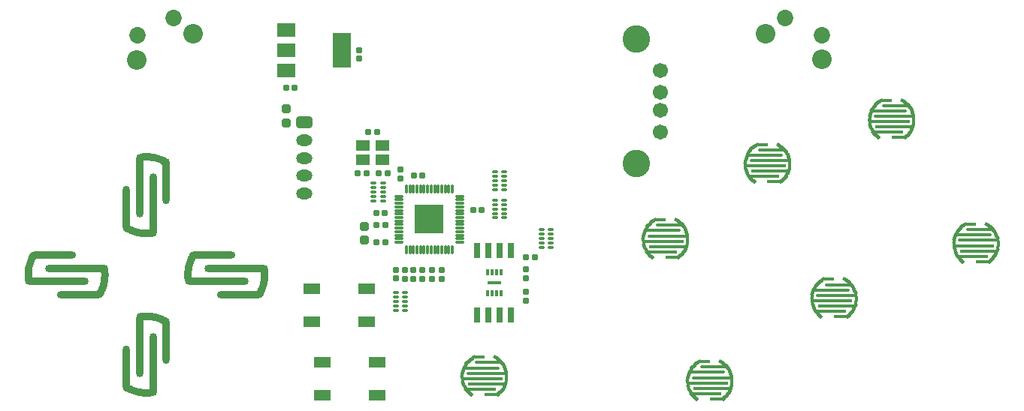
<source format=gts>
G04 #@! TF.GenerationSoftware,KiCad,Pcbnew,7.0.9*
G04 #@! TF.CreationDate,2023-12-20T17:10:12-07:00*
G04 #@! TF.ProjectId,saturn_controller_pcb,73617475-726e-45f6-936f-6e74726f6c6c,4a*
G04 #@! TF.SameCoordinates,Original*
G04 #@! TF.FileFunction,Soldermask,Top*
G04 #@! TF.FilePolarity,Negative*
%FSLAX46Y46*%
G04 Gerber Fmt 4.6, Leading zero omitted, Abs format (unit mm)*
G04 Created by KiCad (PCBNEW 7.0.9) date 2023-12-20 17:10:12*
%MOMM*%
%LPD*%
G01*
G04 APERTURE LIST*
G04 Aperture macros list*
%AMRoundRect*
0 Rectangle with rounded corners*
0 $1 Rounding radius*
0 $2 $3 $4 $5 $6 $7 $8 $9 X,Y pos of 4 corners*
0 Add a 4 corners polygon primitive as box body*
4,1,4,$2,$3,$4,$5,$6,$7,$8,$9,$2,$3,0*
0 Add four circle primitives for the rounded corners*
1,1,$1+$1,$2,$3*
1,1,$1+$1,$4,$5*
1,1,$1+$1,$6,$7*
1,1,$1+$1,$8,$9*
0 Add four rect primitives between the rounded corners*
20,1,$1+$1,$2,$3,$4,$5,0*
20,1,$1+$1,$4,$5,$6,$7,0*
20,1,$1+$1,$6,$7,$8,$9,0*
20,1,$1+$1,$8,$9,$2,$3,0*%
%AMHorizOval*
0 Thick line with rounded ends*
0 $1 width*
0 $2 $3 position (X,Y) of the first rounded end (center of the circle)*
0 $4 $5 position (X,Y) of the second rounded end (center of the circle)*
0 Add line between two ends*
20,1,$1,$2,$3,$4,$5,0*
0 Add two circle primitives to create the rounded ends*
1,1,$1,$2,$3*
1,1,$1,$4,$5*%
G04 Aperture macros list end*
%ADD10RoundRect,0.050800X-1.000000X-0.750000X1.000000X-0.750000X1.000000X0.750000X-1.000000X0.750000X0*%
%ADD11RoundRect,0.050800X-1.000000X-1.900000X1.000000X-1.900000X1.000000X1.900000X-1.000000X1.900000X0*%
%ADD12RoundRect,0.050800X-0.900000X-0.550000X0.900000X-0.550000X0.900000X0.550000X-0.900000X0.550000X0*%
%ADD13RoundRect,0.190800X0.140000X0.170000X-0.140000X0.170000X-0.140000X-0.170000X0.140000X-0.170000X0*%
%ADD14RoundRect,0.190800X-0.170000X0.140000X-0.170000X-0.140000X0.170000X-0.140000X0.170000X0.140000X0*%
%ADD15O,0.801600X0.301600*%
%ADD16RoundRect,0.050800X0.146720X0.153210X-0.153210X0.146720X-0.146720X-0.153210X0.153210X-0.146720X0*%
%ADD17RoundRect,0.050800X0.163088X0.135655X-0.135655X0.163088X-0.163088X-0.135655X0.135655X-0.163088X0*%
%ADD18RoundRect,0.050800X0.128473X0.168803X-0.168803X0.128473X-0.128473X-0.168803X0.168803X-0.128473X0*%
%ADD19RoundRect,0.050800X0.177369X0.116363X-0.116363X0.177369X-0.177369X-0.116363X0.116363X-0.177369X0*%
%ADD20RoundRect,0.050800X0.108582X0.182236X-0.182236X0.108582X-0.108582X-0.182236X0.182236X-0.108582X0*%
%ADD21RoundRect,0.050800X0.189378X0.095582X-0.095582X0.189378X-0.189378X-0.095582X0.095582X-0.189378X0*%
%ADD22RoundRect,0.050800X0.087300X0.193336X-0.193336X0.087300X-0.087300X-0.193336X0.193336X-0.087300X0*%
%ADD23RoundRect,0.050800X0.198964X0.073576X-0.073576X0.198964X-0.198964X-0.073576X0.073576X-0.198964X0*%
%ADD24RoundRect,0.050800X0.064901X0.201960X-0.201960X0.064901X-0.064901X-0.201960X0.201960X-0.064901X0*%
%ADD25RoundRect,0.050800X0.206002X0.050629X-0.050629X0.206002X-0.206002X-0.050629X0.050629X-0.206002X0*%
%ADD26RoundRect,0.050800X0.041671X0.207999X-0.207999X0.041671X-0.041671X-0.207999X0.207999X-0.041671X0*%
%ADD27RoundRect,0.050800X0.210402X0.027034X-0.027034X0.210402X-0.210402X-0.027034X0.027034X-0.210402X0*%
%ADD28RoundRect,0.050800X0.017908X0.211375X-0.211375X0.017908X-0.017908X-0.211375X0.211375X-0.017908X0*%
%ADD29RoundRect,0.050800X0.212109X0.003093X-0.003093X0.212109X-0.212109X-0.003093X0.003093X-0.212109X0*%
%ADD30RoundRect,0.050800X-0.006085X0.212045X-0.212045X-0.006085X0.006085X-0.212045X0.212045X0.006085X0*%
%ADD31RoundRect,0.050800X0.211101X-0.020888X0.020888X0.211101X-0.211101X0.020888X-0.020888X-0.211101X0*%
%ADD32RoundRect,0.050800X-0.030000X0.210000X-0.210000X-0.030000X0.030000X-0.210000X0.210000X0.030000X0*%
%ADD33RoundRect,0.050800X0.207390X-0.044602X0.044602X0.207390X-0.207390X0.044602X-0.044602X-0.207390X0*%
%ADD34RoundRect,0.050800X0.203246X-0.060754X0.060754X0.203246X-0.203246X0.060754X-0.060754X-0.203246X0*%
%ADD35O,1.289034X0.401600*%
%ADD36O,3.479009X0.401600*%
%ADD37O,4.069223X0.401600*%
%ADD38O,4.608059X0.401600*%
%ADD39O,4.535632X0.401600*%
%ADD40O,4.270727X0.401600*%
%ADD41O,3.039444X0.401600*%
%ADD42O,1.601600X0.401600*%
%ADD43RoundRect,0.050800X0.060754X-0.203246X0.203246X0.060754X-0.060754X0.203246X-0.203246X-0.060754X0*%
%ADD44RoundRect,0.050800X0.037405X-0.208808X0.208808X0.037405X-0.037405X0.208808X-0.208808X-0.037405X0*%
%ADD45RoundRect,0.050800X-0.210000X0.030000X-0.030000X-0.210000X0.210000X-0.030000X0.030000X0.210000X0*%
%ADD46RoundRect,0.050800X0.013578X-0.211697X0.211697X0.013578X-0.013578X0.211697X-0.211697X-0.013578X0*%
%ADD47RoundRect,0.050800X-0.211708X0.013412X-0.013412X-0.211708X0.211708X-0.013412X0.013412X0.211708X0*%
%ADD48RoundRect,0.050800X-0.010424X-0.211876X0.211876X-0.010424X0.010424X0.211876X-0.211876X0.010424X0*%
%ADD49RoundRect,0.050800X-0.211868X-0.010589X0.010589X-0.211868X0.211868X0.010589X-0.010589X0.211868X0*%
%ADD50RoundRect,0.050800X-0.034292X-0.209342X0.209342X-0.034292X0.034292X0.209342X-0.209342X0.034292X0*%
%ADD51RoundRect,0.050800X-0.209315X-0.034455X0.034455X-0.209315X0.209315X0.034455X-0.034455X0.209315X0*%
%ADD52RoundRect,0.050800X-0.057721X-0.204128X0.204128X-0.057721X0.057721X0.204128X-0.204128X0.057721X0*%
%ADD53RoundRect,0.050800X-0.204083X-0.057880X0.057880X-0.204083X0.204083X0.057880X-0.057880X0.204083X0*%
%ADD54RoundRect,0.050800X-0.080411X-0.196301X0.196301X-0.080411X0.080411X0.196301X-0.196301X0.080411X0*%
%ADD55RoundRect,0.050800X-0.196238X-0.080564X0.080564X-0.196238X0.196238X0.080564X-0.080564X0.196238X0*%
%ADD56RoundRect,0.050800X-0.102072X-0.185961X0.185961X-0.102072X0.102072X0.185961X-0.185961X0.102072X0*%
%ADD57RoundRect,0.050800X-0.185881X-0.102217X0.102217X-0.185881X0.185881X0.102217X-0.102217X0.185881X0*%
%ADD58RoundRect,0.050800X-0.122425X-0.173240X0.173240X-0.122425X0.122425X0.173240X-0.173240X0.122425X0*%
%ADD59RoundRect,0.050800X-0.173144X-0.122561X0.122561X-0.173144X0.173144X0.122561X-0.122561X0.173144X0*%
%ADD60RoundRect,0.050800X-0.141212X-0.158301X0.158301X-0.141212X0.141212X0.158301X-0.158301X0.141212X0*%
%ADD61RoundRect,0.050800X-0.158191X-0.141336X0.141336X-0.158191X0.158191X0.141336X-0.141336X0.158191X0*%
%ADD62RoundRect,0.185800X0.135000X0.185000X-0.135000X0.185000X-0.135000X-0.185000X0.135000X-0.185000X0*%
%ADD63RoundRect,0.185800X-0.135000X-0.185000X0.135000X-0.185000X0.135000X0.185000X-0.135000X0.185000X0*%
%ADD64RoundRect,0.185800X0.185000X-0.135000X0.185000X0.135000X-0.185000X0.135000X-0.185000X-0.135000X0*%
%ADD65O,0.851600X0.851600*%
%ADD66HorizOval,0.851600X0.000000X0.000000X0.000000X0.000000X0*%
%ADD67HorizOval,0.851600X0.000000X0.000000X0.000000X0.000000X0*%
%ADD68HorizOval,0.851600X0.000000X0.000000X0.000000X0.000000X0*%
%ADD69HorizOval,0.851600X0.000000X0.000000X0.000000X0.000000X0*%
%ADD70HorizOval,0.851600X0.000000X0.000000X0.000000X0.000000X0*%
%ADD71HorizOval,0.851600X0.000000X0.000000X0.000000X0.000000X0*%
%ADD72HorizOval,0.851600X0.000000X0.000000X0.000000X0.000000X0*%
%ADD73HorizOval,0.851600X0.000000X0.000000X0.000000X0.000000X0*%
%ADD74HorizOval,0.851600X0.000000X0.000000X0.000000X0.000000X0*%
%ADD75HorizOval,0.851600X0.000000X0.000000X0.000000X0.000000X0*%
%ADD76HorizOval,0.851600X0.000000X0.000000X0.000000X0.000000X0*%
%ADD77HorizOval,0.851600X0.000000X0.000000X0.000000X0.000000X0*%
%ADD78HorizOval,0.851600X0.000000X0.000000X0.000000X0.000000X0*%
%ADD79HorizOval,0.851600X0.000000X0.000000X0.000000X0.000000X0*%
%ADD80HorizOval,0.851600X0.000000X0.000000X0.000000X0.000000X0*%
%ADD81HorizOval,0.851600X0.000000X0.000000X0.000000X0.000000X0*%
%ADD82HorizOval,0.851600X0.000000X0.000000X0.000000X0.000000X0*%
%ADD83HorizOval,0.851600X0.000000X0.000000X0.000000X0.000000X0*%
%ADD84HorizOval,0.851600X0.000000X0.000000X0.000000X0.000000X0*%
%ADD85HorizOval,0.851600X0.000000X0.000000X0.000000X0.000000X0*%
%ADD86HorizOval,0.851600X0.000000X0.000000X0.000000X0.000000X0*%
%ADD87HorizOval,0.851600X0.000000X0.000000X0.000000X0.000000X0*%
%ADD88O,0.851600X5.101600*%
%ADD89O,0.851600X7.101600*%
%ADD90HorizOval,0.851600X0.000000X0.000000X0.000000X0.000000X0*%
%ADD91HorizOval,0.851600X0.000000X0.000000X0.000000X0.000000X0*%
%ADD92HorizOval,0.851600X0.000000X0.000000X0.000000X0.000000X0*%
%ADD93HorizOval,0.851600X0.000000X0.000000X0.000000X0.000000X0*%
%ADD94HorizOval,0.851600X0.000000X0.000000X0.000000X0.000000X0*%
%ADD95HorizOval,0.851600X0.000000X0.000000X0.000000X0.000000X0*%
%ADD96HorizOval,0.851600X0.000000X0.000000X0.000000X0.000000X0*%
%ADD97HorizOval,0.851600X0.000000X0.000000X0.000000X0.000000X0*%
%ADD98HorizOval,0.851600X0.000000X0.000000X0.000000X0.000000X0*%
%ADD99HorizOval,0.851600X0.000000X0.000000X0.000000X0.000000X0*%
%ADD100HorizOval,0.851600X0.000000X0.000000X0.000000X0.000000X0*%
%ADD101HorizOval,0.851600X0.000000X0.000000X0.000000X0.000000X0*%
%ADD102HorizOval,0.851600X0.000000X0.000000X0.000000X0.000000X0*%
%ADD103HorizOval,0.851600X0.000000X0.000000X0.000000X0.000000X0*%
%ADD104HorizOval,0.851600X0.000000X0.000000X0.000000X0.000000X0*%
%ADD105HorizOval,0.851600X0.000000X0.000000X0.000000X0.000000X0*%
%ADD106HorizOval,0.851600X0.000000X0.000000X0.000000X0.000000X0*%
%ADD107HorizOval,0.851600X0.000000X0.000000X0.000000X0.000000X0*%
%ADD108HorizOval,0.851600X0.000000X0.000000X0.000000X0.000000X0*%
%ADD109HorizOval,0.851600X0.000000X0.000000X0.000000X0.000000X0*%
%ADD110HorizOval,0.851600X0.000000X0.000000X0.000000X0.000000X0*%
%ADD111HorizOval,0.851600X0.000000X0.000000X0.000000X0.000000X0*%
%ADD112RoundRect,0.190800X-0.140000X-0.170000X0.140000X-0.170000X0.140000X0.170000X-0.140000X0.170000X0*%
%ADD113RoundRect,0.269550X0.256250X-0.218750X0.256250X0.218750X-0.256250X0.218750X-0.256250X-0.218750X0*%
%ADD114RoundRect,0.269550X-0.256250X0.218750X-0.256250X-0.218750X0.256250X-0.218750X0.256250X0.218750X0*%
%ADD115HorizOval,0.851600X0.000000X0.000000X0.000000X0.000000X0*%
%ADD116HorizOval,0.851600X0.000000X0.000000X0.000000X0.000000X0*%
%ADD117HorizOval,0.851600X0.000000X0.000000X0.000000X0.000000X0*%
%ADD118HorizOval,0.851600X0.000000X0.000000X0.000000X0.000000X0*%
%ADD119HorizOval,0.851600X0.000000X0.000000X0.000000X0.000000X0*%
%ADD120HorizOval,0.851600X0.000000X0.000000X0.000000X0.000000X0*%
%ADD121HorizOval,0.851600X0.000000X0.000000X0.000000X0.000000X0*%
%ADD122HorizOval,0.851600X0.000000X0.000000X0.000000X0.000000X0*%
%ADD123HorizOval,0.851600X0.000000X0.000000X0.000000X0.000000X0*%
%ADD124HorizOval,0.851600X0.000000X0.000000X0.000000X0.000000X0*%
%ADD125HorizOval,0.851600X0.000000X0.000000X0.000000X0.000000X0*%
%ADD126HorizOval,0.851600X0.000000X0.000000X0.000000X0.000000X0*%
%ADD127HorizOval,0.851600X0.000000X0.000000X0.000000X0.000000X0*%
%ADD128HorizOval,0.851600X0.000000X0.000000X0.000000X0.000000X0*%
%ADD129HorizOval,0.851600X0.000000X0.000000X0.000000X0.000000X0*%
%ADD130HorizOval,0.851600X0.000000X0.000000X0.000000X0.000000X0*%
%ADD131HorizOval,0.851600X0.000000X0.000000X0.000000X0.000000X0*%
%ADD132HorizOval,0.851600X0.000000X0.000000X0.000000X0.000000X0*%
%ADD133HorizOval,0.851600X0.000000X0.000000X0.000000X0.000000X0*%
%ADD134HorizOval,0.851600X0.000000X0.000000X0.000000X0.000000X0*%
%ADD135HorizOval,0.851600X0.000000X0.000000X0.000000X0.000000X0*%
%ADD136HorizOval,0.851600X0.000000X0.000000X0.000000X0.000000X0*%
%ADD137O,5.101600X0.851600*%
%ADD138O,7.101600X0.851600*%
%ADD139HorizOval,0.851600X0.000000X0.000000X0.000000X0.000000X0*%
%ADD140HorizOval,0.851600X0.000000X0.000000X0.000000X0.000000X0*%
%ADD141HorizOval,0.851600X0.000000X0.000000X0.000000X0.000000X0*%
%ADD142HorizOval,0.851600X0.000000X0.000000X0.000000X0.000000X0*%
%ADD143HorizOval,0.851600X0.000000X0.000000X0.000000X0.000000X0*%
%ADD144HorizOval,0.851600X0.000000X0.000000X0.000000X0.000000X0*%
%ADD145HorizOval,0.851600X0.000000X0.000000X0.000000X0.000000X0*%
%ADD146HorizOval,0.851600X0.000000X0.000000X0.000000X0.000000X0*%
%ADD147HorizOval,0.851600X0.000000X0.000000X0.000000X0.000000X0*%
%ADD148HorizOval,0.851600X0.000000X0.000000X0.000000X0.000000X0*%
%ADD149HorizOval,0.851600X0.000000X0.000000X0.000000X0.000000X0*%
%ADD150HorizOval,0.851600X0.000000X0.000000X0.000000X0.000000X0*%
%ADD151HorizOval,0.851600X0.000000X0.000000X0.000000X0.000000X0*%
%ADD152HorizOval,0.851600X0.000000X0.000000X0.000000X0.000000X0*%
%ADD153HorizOval,0.851600X0.000000X0.000000X0.000000X0.000000X0*%
%ADD154HorizOval,0.851600X0.000000X0.000000X0.000000X0.000000X0*%
%ADD155HorizOval,0.851600X0.000000X0.000000X0.000000X0.000000X0*%
%ADD156HorizOval,0.851600X0.000000X0.000000X0.000000X0.000000X0*%
%ADD157HorizOval,0.851600X0.000000X0.000000X0.000000X0.000000X0*%
%ADD158HorizOval,0.851600X0.000000X0.000000X0.000000X0.000000X0*%
%ADD159HorizOval,0.851600X0.000000X0.000000X0.000000X0.000000X0*%
%ADD160HorizOval,0.851600X0.000000X0.000000X0.000000X0.000000X0*%
%ADD161RoundRect,0.050800X-0.290000X0.805000X-0.290000X-0.805000X0.290000X-0.805000X0.290000X0.805000X0*%
%ADD162RoundRect,0.125800X-0.075000X0.225000X-0.075000X-0.225000X0.075000X-0.225000X0.075000X0.225000X0*%
%ADD163RoundRect,0.100800X-0.700000X0.050000X-0.700000X-0.050000X0.700000X-0.050000X0.700000X0.050000X0*%
%ADD164RoundRect,0.050800X-0.700000X-0.575000X0.700000X-0.575000X0.700000X0.575000X-0.700000X0.575000X0*%
%ADD165RoundRect,0.050800X0.900000X0.550000X-0.900000X0.550000X-0.900000X-0.550000X0.900000X-0.550000X0*%
%ADD166RoundRect,0.100800X0.387500X0.050000X-0.387500X0.050000X-0.387500X-0.050000X0.387500X-0.050000X0*%
%ADD167RoundRect,0.100800X0.050000X0.387500X-0.050000X0.387500X-0.050000X-0.387500X0.050000X-0.387500X0*%
%ADD168RoundRect,0.194800X1.456000X1.456000X-1.456000X1.456000X-1.456000X-1.456000X1.456000X-1.456000X0*%
%ADD169C,1.701600*%
%ADD170C,3.101600*%
%ADD171RoundRect,0.190800X0.170000X-0.140000X0.170000X0.140000X-0.170000X0.140000X-0.170000X-0.140000X0*%
%ADD172C,2.201600*%
%ADD173C,1.851600*%
%ADD174RoundRect,0.300800X-0.625000X0.350000X-0.625000X-0.350000X0.625000X-0.350000X0.625000X0.350000X0*%
%ADD175O,1.851600X1.301600*%
G04 APERTURE END LIST*
D10*
X124770000Y-77320000D03*
X124770000Y-79620000D03*
D11*
X131070000Y-79620000D03*
D10*
X124770000Y-81920000D03*
D12*
X127600000Y-106560000D03*
X133800000Y-106560000D03*
X127600000Y-110260000D03*
X133800000Y-110260000D03*
D13*
X135895505Y-97987053D03*
X134935505Y-97987053D03*
D14*
X151780000Y-106940000D03*
X151780000Y-107900000D03*
D15*
X135665505Y-96637053D03*
X135665505Y-96137053D03*
X135665505Y-95637053D03*
X135665505Y-95137053D03*
X135665505Y-94637053D03*
X134615505Y-94637053D03*
X134615505Y-95137053D03*
X134615505Y-95637053D03*
X134615505Y-96137053D03*
X134615505Y-96637053D03*
X154570000Y-101870000D03*
X154570000Y-101370000D03*
X154570000Y-100870000D03*
X154570000Y-100370000D03*
X154570000Y-99870000D03*
X153520000Y-99870000D03*
X153520000Y-100370000D03*
X153520000Y-100870000D03*
X153520000Y-101370000D03*
X153520000Y-101870000D03*
D16*
X144600586Y-116554082D03*
D17*
X144610475Y-116271389D03*
D18*
X144622694Y-116836085D03*
D19*
X144652236Y-115991620D03*
D20*
X144676518Y-117113785D03*
D21*
X144725334Y-115718361D03*
D22*
X144761368Y-117383627D03*
D23*
X144828834Y-115455108D03*
D24*
X144876157Y-117642156D03*
D25*
X144961409Y-115205232D03*
D26*
X145019417Y-117886063D03*
D27*
X145121363Y-114971932D03*
D28*
X145189313Y-118112226D03*
D29*
X145306648Y-114758195D03*
D30*
X145383670Y-118317748D03*
D31*
X145514892Y-114566757D03*
D32*
X145600001Y-118500000D03*
D33*
X145743429Y-114400069D03*
D34*
X145912566Y-114300001D03*
D35*
X146506283Y-114300000D03*
D36*
X146717474Y-117900000D03*
D37*
X146792524Y-115500000D03*
D38*
X146861243Y-116700000D03*
D39*
X147350776Y-116100000D03*
D40*
X147383980Y-117300000D03*
D41*
X147552015Y-114900000D03*
D42*
X147850000Y-118500000D03*
D43*
X148287434Y-114300000D03*
D44*
X148528358Y-114448223D03*
D45*
X148599999Y-118500000D03*
D46*
X148750996Y-114622712D03*
D47*
X148752461Y-118375998D03*
D48*
X148952497Y-114821235D03*
D49*
X148953807Y-118177318D03*
D50*
X149130282Y-115041250D03*
D51*
X149131421Y-117957164D03*
D52*
X149282075Y-115279940D03*
D53*
X149283027Y-117718355D03*
D54*
X149405932Y-115534250D03*
D55*
X149406686Y-117463948D03*
D56*
X149500269Y-115800924D03*
D57*
X149500814Y-117197201D03*
D58*
X149563876Y-116076547D03*
D59*
X149564206Y-116921528D03*
D60*
X149595940Y-116357592D03*
D61*
X149596051Y-116640459D03*
D16*
X165000586Y-101054082D03*
D17*
X165010475Y-100771389D03*
D18*
X165022694Y-101336085D03*
D19*
X165052236Y-100491620D03*
D20*
X165076518Y-101613785D03*
D21*
X165125334Y-100218361D03*
D22*
X165161368Y-101883627D03*
D23*
X165228834Y-99955108D03*
D24*
X165276157Y-102142156D03*
D25*
X165361409Y-99705232D03*
D26*
X165419417Y-102386063D03*
D27*
X165521363Y-99471932D03*
D28*
X165589313Y-102612226D03*
D29*
X165706648Y-99258195D03*
D30*
X165783670Y-102817748D03*
D31*
X165914892Y-99066757D03*
D32*
X166000001Y-103000000D03*
D33*
X166143429Y-98900069D03*
D34*
X166312566Y-98800001D03*
D35*
X166906283Y-98800000D03*
D36*
X167117474Y-102400000D03*
D37*
X167192524Y-100000000D03*
D38*
X167261243Y-101200000D03*
D39*
X167750776Y-100600000D03*
D40*
X167783980Y-101800000D03*
D41*
X167952015Y-99400000D03*
D42*
X168250000Y-103000000D03*
D43*
X168687434Y-98800000D03*
D44*
X168928358Y-98948223D03*
D45*
X168999999Y-103000000D03*
D46*
X169150996Y-99122712D03*
D47*
X169152461Y-102875998D03*
D48*
X169352497Y-99321235D03*
D49*
X169353807Y-102677318D03*
D50*
X169530282Y-99541250D03*
D51*
X169531421Y-102457164D03*
D52*
X169682075Y-99779940D03*
D53*
X169683027Y-102218355D03*
D54*
X169805932Y-100034250D03*
D55*
X169806686Y-101963948D03*
D56*
X169900269Y-100300924D03*
D57*
X169900814Y-101697201D03*
D58*
X169963876Y-100576547D03*
D59*
X169964206Y-101421528D03*
D60*
X169995940Y-100857592D03*
D61*
X169996051Y-101140459D03*
D16*
X200000586Y-101554082D03*
D17*
X200010475Y-101271389D03*
D18*
X200022694Y-101836085D03*
D19*
X200052236Y-100991620D03*
D20*
X200076518Y-102113785D03*
D21*
X200125334Y-100718361D03*
D22*
X200161368Y-102383627D03*
D23*
X200228834Y-100455108D03*
D24*
X200276157Y-102642156D03*
D25*
X200361409Y-100205232D03*
D26*
X200419417Y-102886063D03*
D27*
X200521363Y-99971932D03*
D28*
X200589313Y-103112226D03*
D29*
X200706648Y-99758195D03*
D30*
X200783670Y-103317748D03*
D31*
X200914892Y-99566757D03*
D32*
X201000001Y-103500000D03*
D33*
X201143429Y-99400069D03*
D34*
X201312566Y-99300001D03*
D35*
X201906283Y-99300000D03*
D36*
X202117474Y-102900000D03*
D37*
X202192524Y-100500000D03*
D38*
X202261243Y-101700000D03*
D39*
X202750776Y-101100000D03*
D40*
X202783980Y-102300000D03*
D41*
X202952015Y-99900000D03*
D42*
X203250000Y-103500000D03*
D43*
X203687434Y-99300000D03*
D44*
X203928358Y-99448223D03*
D45*
X203999999Y-103500000D03*
D46*
X204150996Y-99622712D03*
D47*
X204152461Y-103375998D03*
D48*
X204352497Y-99821235D03*
D49*
X204353807Y-103177318D03*
D50*
X204530282Y-100041250D03*
D51*
X204531421Y-102957164D03*
D52*
X204682075Y-100279940D03*
D53*
X204683027Y-102718355D03*
D54*
X204805932Y-100534250D03*
D55*
X204806686Y-102463948D03*
D56*
X204900269Y-100800924D03*
D57*
X204900814Y-102197201D03*
D58*
X204963876Y-101076547D03*
D59*
X204964206Y-101921528D03*
D60*
X204995940Y-101357592D03*
D61*
X204996051Y-101640459D03*
D62*
X136170000Y-93510000D03*
X135150000Y-93510000D03*
D16*
X190500586Y-87554082D03*
D17*
X190510475Y-87271389D03*
D18*
X190522694Y-87836085D03*
D19*
X190552236Y-86991620D03*
D20*
X190576518Y-88113785D03*
D21*
X190625334Y-86718361D03*
D22*
X190661368Y-88383627D03*
D23*
X190728834Y-86455108D03*
D24*
X190776157Y-88642156D03*
D25*
X190861409Y-86205232D03*
D26*
X190919417Y-88886063D03*
D27*
X191021363Y-85971932D03*
D28*
X191089313Y-89112226D03*
D29*
X191206648Y-85758195D03*
D30*
X191283670Y-89317748D03*
D31*
X191414892Y-85566757D03*
D32*
X191500001Y-89500000D03*
D33*
X191643429Y-85400069D03*
D34*
X191812566Y-85300001D03*
D35*
X192406283Y-85300000D03*
D36*
X192617474Y-88900000D03*
D37*
X192692524Y-86500000D03*
D38*
X192761243Y-87700000D03*
D39*
X193250776Y-87100000D03*
D40*
X193283980Y-88300000D03*
D41*
X193452015Y-85900000D03*
D42*
X193750000Y-89500000D03*
D43*
X194187434Y-85300000D03*
D44*
X194428358Y-85448223D03*
D45*
X194499999Y-89500000D03*
D46*
X194650996Y-85622712D03*
D47*
X194652461Y-89375998D03*
D48*
X194852497Y-85821235D03*
D49*
X194853807Y-89177318D03*
D50*
X195030282Y-86041250D03*
D51*
X195031421Y-88957164D03*
D52*
X195182075Y-86279940D03*
D53*
X195183027Y-88718355D03*
D54*
X195305932Y-86534250D03*
D55*
X195306686Y-88463948D03*
D56*
X195400269Y-86800924D03*
D57*
X195400814Y-88197201D03*
D58*
X195463876Y-87076547D03*
D59*
X195464206Y-87921528D03*
D60*
X195495940Y-87357592D03*
D61*
X195496051Y-87640459D03*
D63*
X134915505Y-99327053D03*
X135935505Y-99327053D03*
D64*
X139095505Y-105466548D03*
X139095505Y-104446548D03*
D13*
X135905505Y-101337053D03*
X134945505Y-101337053D03*
D65*
X109000000Y-100320000D03*
D66*
X108864306Y-100317868D03*
D67*
X109135694Y-100317868D03*
D68*
X108728745Y-100311475D03*
D69*
X109271255Y-100311475D03*
D70*
X108593452Y-100300828D03*
D71*
X109406548Y-100300828D03*
D72*
X108458560Y-100285936D03*
D73*
X109541440Y-100285936D03*
D74*
X108324203Y-100266814D03*
D75*
X109675797Y-100266814D03*
D76*
X108190513Y-100243481D03*
D77*
X108057621Y-100215960D03*
D78*
X107925660Y-100184279D03*
D79*
X107794758Y-100148469D03*
D80*
X107665047Y-100108564D03*
D81*
X107536652Y-100064605D03*
D82*
X107409702Y-100016634D03*
D83*
X107284321Y-99964700D03*
D84*
X107160633Y-99908853D03*
D85*
X107038761Y-99849148D03*
D86*
X106918824Y-99785645D03*
D87*
X106800941Y-99718406D03*
D88*
X106750000Y-97500000D03*
D89*
X109750000Y-97100000D03*
X108250000Y-94960000D03*
D88*
X111250000Y-94500000D03*
D90*
X111199059Y-92281594D03*
D91*
X111081176Y-92214355D03*
D92*
X110961239Y-92150852D03*
D93*
X110839367Y-92091147D03*
D94*
X110715679Y-92035300D03*
D95*
X110590298Y-91983366D03*
D96*
X110463348Y-91935395D03*
D97*
X110334953Y-91891436D03*
D98*
X110205242Y-91851531D03*
D99*
X110074340Y-91815721D03*
D100*
X109942379Y-91784040D03*
D101*
X109809487Y-91756519D03*
D102*
X108324203Y-91733186D03*
D103*
X109675797Y-91733186D03*
D104*
X108458560Y-91714064D03*
D105*
X109541440Y-91714064D03*
D106*
X108593452Y-91699172D03*
D107*
X109406548Y-91699172D03*
D108*
X108728745Y-91688525D03*
D109*
X109271255Y-91688525D03*
D110*
X108864306Y-91682132D03*
D111*
X109135694Y-91682132D03*
D65*
X109000000Y-91680000D03*
D112*
X145805505Y-97717053D03*
X146765505Y-97717053D03*
D14*
X132940000Y-79630000D03*
X132940000Y-80590000D03*
X141205505Y-104467053D03*
X141205505Y-105427053D03*
D15*
X137085000Y-107010000D03*
X137085000Y-107510000D03*
X137085000Y-108010000D03*
X137085000Y-108510000D03*
X137085000Y-109010000D03*
X138135000Y-109010000D03*
X138135000Y-108510000D03*
X138135000Y-108010000D03*
X138135000Y-107510000D03*
X138135000Y-107010000D03*
D64*
X151780000Y-105390000D03*
X151780000Y-104370000D03*
D16*
X184000586Y-107754082D03*
D17*
X184010475Y-107471389D03*
D18*
X184022694Y-108036085D03*
D19*
X184052236Y-107191620D03*
D20*
X184076518Y-108313785D03*
D21*
X184125334Y-106918361D03*
D22*
X184161368Y-108583627D03*
D23*
X184228834Y-106655108D03*
D24*
X184276157Y-108842156D03*
D25*
X184361409Y-106405232D03*
D26*
X184419417Y-109086063D03*
D27*
X184521363Y-106171932D03*
D28*
X184589313Y-109312226D03*
D29*
X184706648Y-105958195D03*
D30*
X184783670Y-109517748D03*
D31*
X184914892Y-105766757D03*
D32*
X185000001Y-109700000D03*
D33*
X185143429Y-105600069D03*
D34*
X185312566Y-105500001D03*
D35*
X185906283Y-105500000D03*
D36*
X186117474Y-109100000D03*
D37*
X186192524Y-106700000D03*
D38*
X186261243Y-107900000D03*
D39*
X186750776Y-107300000D03*
D40*
X186783980Y-108500000D03*
D41*
X186952015Y-106100000D03*
D42*
X187250000Y-109700000D03*
D43*
X187687434Y-105500000D03*
D44*
X187928358Y-105648223D03*
D45*
X187999999Y-109700000D03*
D46*
X188150996Y-105822712D03*
D47*
X188152461Y-109575998D03*
D48*
X188352497Y-106021235D03*
D49*
X188353807Y-109377318D03*
D50*
X188530282Y-106241250D03*
D51*
X188531421Y-109157164D03*
D52*
X188682075Y-106479940D03*
D53*
X188683027Y-108918355D03*
D54*
X188805932Y-106734250D03*
D55*
X188806686Y-108663948D03*
D56*
X188900269Y-107000924D03*
D57*
X188900814Y-108397201D03*
D58*
X188963876Y-107276547D03*
D59*
X188964206Y-108121528D03*
D60*
X188995940Y-107557592D03*
D61*
X188996051Y-107840459D03*
D15*
X149310505Y-98557053D03*
X149310505Y-98057053D03*
X149310505Y-97557053D03*
X149310505Y-97057053D03*
X149310505Y-96557053D03*
X148260505Y-96557053D03*
X148260505Y-97057053D03*
X148260505Y-97557053D03*
X148260505Y-98057053D03*
X148260505Y-98557053D03*
D64*
X140095505Y-105466548D03*
X140095505Y-104446548D03*
D14*
X137125505Y-104447053D03*
X137125505Y-105407053D03*
D113*
X133587288Y-101082053D03*
X133587288Y-99507053D03*
D65*
X109000000Y-118320000D03*
D66*
X108864306Y-118317868D03*
D67*
X109135694Y-118317868D03*
D68*
X108728745Y-118311475D03*
D69*
X109271255Y-118311475D03*
D70*
X108593452Y-118300828D03*
D71*
X109406548Y-118300828D03*
D72*
X108458560Y-118285936D03*
D73*
X109541440Y-118285936D03*
D74*
X108324203Y-118266814D03*
D75*
X109675797Y-118266814D03*
D76*
X108190513Y-118243481D03*
D77*
X108057621Y-118215960D03*
D78*
X107925660Y-118184279D03*
D79*
X107794758Y-118148469D03*
D80*
X107665047Y-118108564D03*
D81*
X107536652Y-118064605D03*
D82*
X107409702Y-118016634D03*
D83*
X107284321Y-117964700D03*
D84*
X107160633Y-117908853D03*
D85*
X107038761Y-117849148D03*
D86*
X106918824Y-117785645D03*
D87*
X106800941Y-117718406D03*
D88*
X106750000Y-115500000D03*
D89*
X109750000Y-115100000D03*
X108250000Y-112960000D03*
D88*
X111250000Y-112500000D03*
D90*
X111199059Y-110281594D03*
D91*
X111081176Y-110214355D03*
D92*
X110961239Y-110150852D03*
D93*
X110839367Y-110091147D03*
D94*
X110715679Y-110035300D03*
D95*
X110590298Y-109983366D03*
D96*
X110463348Y-109935395D03*
D97*
X110334953Y-109891436D03*
D98*
X110205242Y-109851531D03*
D99*
X110074340Y-109815721D03*
D100*
X109942379Y-109784040D03*
D101*
X109809487Y-109756519D03*
D102*
X108324203Y-109733186D03*
D103*
X109675797Y-109733186D03*
D104*
X108458560Y-109714064D03*
D105*
X109541440Y-109714064D03*
D106*
X108593452Y-109699172D03*
D107*
X109406548Y-109699172D03*
D108*
X108728745Y-109688525D03*
D109*
X109271255Y-109688525D03*
D110*
X108864306Y-109682132D03*
D111*
X109135694Y-109682132D03*
D65*
X109000000Y-109680000D03*
D114*
X124730000Y-86274938D03*
X124730000Y-87849938D03*
D65*
X104320000Y-105000000D03*
D115*
X104317868Y-105135694D03*
D116*
X104317868Y-104864306D03*
D117*
X104311475Y-105271255D03*
D118*
X104311475Y-104728745D03*
D119*
X104300828Y-105406548D03*
D120*
X104300828Y-104593452D03*
D121*
X104285936Y-105541440D03*
D122*
X104285936Y-104458560D03*
D123*
X104266814Y-105675797D03*
D124*
X104266814Y-104324203D03*
D125*
X104243481Y-105809487D03*
D126*
X104215960Y-105942379D03*
D127*
X104184279Y-106074340D03*
D128*
X104148469Y-106205242D03*
D129*
X104108564Y-106334953D03*
D130*
X104064605Y-106463348D03*
D131*
X104016634Y-106590298D03*
D132*
X103964700Y-106715679D03*
D133*
X103908853Y-106839367D03*
D134*
X103849148Y-106961239D03*
D135*
X103785645Y-107081176D03*
D136*
X103718406Y-107199059D03*
D137*
X101500000Y-107250000D03*
D138*
X101100000Y-104250000D03*
X98960000Y-105750000D03*
D137*
X98500000Y-102750000D03*
D139*
X96281594Y-102800941D03*
D140*
X96214355Y-102918824D03*
D141*
X96150852Y-103038761D03*
D142*
X96091147Y-103160633D03*
D143*
X96035300Y-103284321D03*
D144*
X95983366Y-103409702D03*
D145*
X95935395Y-103536652D03*
D146*
X95891436Y-103665047D03*
D147*
X95851531Y-103794758D03*
D148*
X95815721Y-103925660D03*
D149*
X95784040Y-104057621D03*
D150*
X95756519Y-104190513D03*
D151*
X95733186Y-105675797D03*
D152*
X95733186Y-104324203D03*
D153*
X95714064Y-105541440D03*
D154*
X95714064Y-104458560D03*
D155*
X95699172Y-105406548D03*
D156*
X95699172Y-104593452D03*
D157*
X95688525Y-105271255D03*
D158*
X95688525Y-104728745D03*
D159*
X95682132Y-105135694D03*
D160*
X95682132Y-104864306D03*
D65*
X95680000Y-105000000D03*
D112*
X132840000Y-93510000D03*
X133800000Y-93510000D03*
D16*
X170000586Y-117054082D03*
D17*
X170010475Y-116771389D03*
D18*
X170022694Y-117336085D03*
D19*
X170052236Y-116491620D03*
D20*
X170076518Y-117613785D03*
D21*
X170125334Y-116218361D03*
D22*
X170161368Y-117883627D03*
D23*
X170228834Y-115955108D03*
D24*
X170276157Y-118142156D03*
D25*
X170361409Y-115705232D03*
D26*
X170419417Y-118386063D03*
D27*
X170521363Y-115471932D03*
D28*
X170589313Y-118612226D03*
D29*
X170706648Y-115258195D03*
D30*
X170783670Y-118817748D03*
D31*
X170914892Y-115066757D03*
D32*
X171000001Y-119000000D03*
D33*
X171143429Y-114900069D03*
D34*
X171312566Y-114800001D03*
D35*
X171906283Y-114800000D03*
D36*
X172117474Y-118400000D03*
D37*
X172192524Y-116000000D03*
D38*
X172261243Y-117200000D03*
D39*
X172750776Y-116600000D03*
D40*
X172783980Y-117800000D03*
D41*
X172952015Y-115400000D03*
D42*
X173250000Y-119000000D03*
D43*
X173687434Y-114800000D03*
D44*
X173928358Y-114948223D03*
D45*
X173999999Y-119000000D03*
D46*
X174150996Y-115122712D03*
D47*
X174152461Y-118875998D03*
D48*
X174352497Y-115321235D03*
D49*
X174353807Y-118677318D03*
D50*
X174530282Y-115541250D03*
D51*
X174531421Y-118457164D03*
D52*
X174682075Y-115779940D03*
D53*
X174683027Y-118218355D03*
D54*
X174805932Y-116034250D03*
D55*
X174806686Y-117963948D03*
D56*
X174900269Y-116300924D03*
D57*
X174900814Y-117697201D03*
D58*
X174963876Y-116576547D03*
D59*
X174964206Y-117421528D03*
D60*
X174995940Y-116857592D03*
D61*
X174996051Y-117140459D03*
D161*
X150105000Y-102285000D03*
D162*
X148950000Y-104690000D03*
D161*
X148835000Y-102285000D03*
D162*
X148450000Y-104690000D03*
D161*
X147565000Y-102285000D03*
D162*
X147950000Y-104690000D03*
D161*
X146295000Y-102285000D03*
D162*
X147450000Y-104690000D03*
D163*
X148200000Y-105890000D03*
D162*
X147450000Y-107090000D03*
D161*
X146295000Y-109495000D03*
D162*
X147950000Y-107090000D03*
D161*
X147565000Y-109495000D03*
D162*
X148450000Y-107090000D03*
D161*
X148835000Y-109495000D03*
D162*
X148950000Y-107090000D03*
D161*
X150105000Y-109495000D03*
D164*
X133400000Y-92000000D03*
X135600000Y-92000000D03*
X135600000Y-90400000D03*
X133400000Y-90400000D03*
D13*
X140080000Y-93800000D03*
X139120000Y-93800000D03*
D112*
X134020000Y-88900000D03*
X134980000Y-88900000D03*
D165*
X135000000Y-118600000D03*
X128800000Y-118600000D03*
X135000000Y-114900000D03*
X128800000Y-114900000D03*
D65*
X122320000Y-105000000D03*
D115*
X122317868Y-105135694D03*
D116*
X122317868Y-104864306D03*
D117*
X122311475Y-105271255D03*
D118*
X122311475Y-104728745D03*
D119*
X122300828Y-105406548D03*
D120*
X122300828Y-104593452D03*
D121*
X122285936Y-105541440D03*
D122*
X122285936Y-104458560D03*
D123*
X122266814Y-105675797D03*
D124*
X122266814Y-104324203D03*
D125*
X122243481Y-105809487D03*
D126*
X122215960Y-105942379D03*
D127*
X122184279Y-106074340D03*
D128*
X122148469Y-106205242D03*
D129*
X122108564Y-106334953D03*
D130*
X122064605Y-106463348D03*
D131*
X122016634Y-106590298D03*
D132*
X121964700Y-106715679D03*
D133*
X121908853Y-106839367D03*
D134*
X121849148Y-106961239D03*
D135*
X121785645Y-107081176D03*
D136*
X121718406Y-107199059D03*
D137*
X119500000Y-107250000D03*
D138*
X119100000Y-104250000D03*
X116960000Y-105750000D03*
D137*
X116500000Y-102750000D03*
D139*
X114281594Y-102800941D03*
D140*
X114214355Y-102918824D03*
D141*
X114150852Y-103038761D03*
D142*
X114091147Y-103160633D03*
D143*
X114035300Y-103284321D03*
D144*
X113983366Y-103409702D03*
D145*
X113935395Y-103536652D03*
D146*
X113891436Y-103665047D03*
D147*
X113851531Y-103794758D03*
D148*
X113815721Y-103925660D03*
D149*
X113784040Y-104057621D03*
D150*
X113756519Y-104190513D03*
D151*
X113733186Y-105675797D03*
D152*
X113733186Y-104324203D03*
D153*
X113714064Y-105541440D03*
D154*
X113714064Y-104458560D03*
D155*
X113699172Y-105406548D03*
D156*
X113699172Y-104593452D03*
D157*
X113688525Y-105271255D03*
D158*
X113688525Y-104728745D03*
D159*
X113682132Y-105135694D03*
D160*
X113682132Y-104864306D03*
D65*
X113680000Y-105000000D03*
D166*
X144328005Y-101321548D03*
X144328005Y-100921548D03*
X144328005Y-100521548D03*
X144328005Y-100121548D03*
X144328005Y-99721548D03*
X144328005Y-99321548D03*
X144328005Y-98921548D03*
X144328005Y-98521548D03*
X144328005Y-98121548D03*
X144328005Y-97721548D03*
X144328005Y-97321548D03*
X144328005Y-96921548D03*
X144328005Y-96521548D03*
X144328005Y-96121548D03*
D167*
X143490505Y-95284048D03*
X143090505Y-95284048D03*
X142690505Y-95284048D03*
X142290505Y-95284048D03*
X141890505Y-95284048D03*
X141490505Y-95284048D03*
X141090505Y-95284048D03*
X140690505Y-95284048D03*
X140290505Y-95284048D03*
X139890505Y-95284048D03*
X139490505Y-95284048D03*
X139090505Y-95284048D03*
X138690505Y-95284048D03*
X138290505Y-95284048D03*
D166*
X137453005Y-96121548D03*
X137453005Y-96521548D03*
X137453005Y-96921548D03*
X137453005Y-97321548D03*
X137453005Y-97721548D03*
X137453005Y-98121548D03*
X137453005Y-98521548D03*
X137453005Y-98921548D03*
X137453005Y-99321548D03*
X137453005Y-99721548D03*
X137453005Y-100121548D03*
X137453005Y-100521548D03*
X137453005Y-100921548D03*
X137453005Y-101321548D03*
D167*
X138290505Y-102159048D03*
X138690505Y-102159048D03*
X139090505Y-102159048D03*
X139490505Y-102159048D03*
X139890505Y-102159048D03*
X140290505Y-102159048D03*
X140690505Y-102159048D03*
X141090505Y-102159048D03*
X141490505Y-102159048D03*
X141890505Y-102159048D03*
X142290505Y-102159048D03*
X142690505Y-102159048D03*
X143090505Y-102159048D03*
X143490505Y-102159048D03*
D168*
X140890505Y-98721548D03*
D14*
X138105505Y-104477053D03*
X138105505Y-105437053D03*
D169*
X166910000Y-81900000D03*
X166910000Y-84400000D03*
X166910000Y-86400000D03*
X166910000Y-88900000D03*
D170*
X164200000Y-78400000D03*
X164200000Y-92400000D03*
D112*
X124760000Y-83840000D03*
X125720000Y-83840000D03*
D15*
X149310505Y-95357053D03*
X149310505Y-94857053D03*
X149310505Y-94357053D03*
X149310505Y-93857053D03*
X149310505Y-93357053D03*
X148260505Y-93357053D03*
X148260505Y-93857053D03*
X148260505Y-94357053D03*
X148260505Y-94857053D03*
X148260505Y-95357053D03*
D63*
X151790000Y-103020000D03*
X152810000Y-103020000D03*
D14*
X142315505Y-104477053D03*
X142315505Y-105437053D03*
D16*
X176500586Y-92554082D03*
D17*
X176510475Y-92271389D03*
D18*
X176522694Y-92836085D03*
D19*
X176552236Y-91991620D03*
D20*
X176576518Y-93113785D03*
D21*
X176625334Y-91718361D03*
D22*
X176661368Y-93383627D03*
D23*
X176728834Y-91455108D03*
D24*
X176776157Y-93642156D03*
D25*
X176861409Y-91205232D03*
D26*
X176919417Y-93886063D03*
D27*
X177021363Y-90971932D03*
D28*
X177089313Y-94112226D03*
D29*
X177206648Y-90758195D03*
D30*
X177283670Y-94317748D03*
D31*
X177414892Y-90566757D03*
D32*
X177500001Y-94500000D03*
D33*
X177643429Y-90400069D03*
D34*
X177812566Y-90300001D03*
D35*
X178406283Y-90300000D03*
D36*
X178617474Y-93900000D03*
D37*
X178692524Y-91500000D03*
D38*
X178761243Y-92700000D03*
D39*
X179250776Y-92100000D03*
D40*
X179283980Y-93300000D03*
D41*
X179452015Y-90900000D03*
D42*
X179750000Y-94500000D03*
D43*
X180187434Y-90300000D03*
D44*
X180428358Y-90448223D03*
D45*
X180499999Y-94500000D03*
D46*
X180650996Y-90622712D03*
D47*
X180652461Y-94375998D03*
D48*
X180852497Y-90821235D03*
D49*
X180853807Y-94177318D03*
D50*
X181030282Y-91041250D03*
D51*
X181031421Y-93957164D03*
D52*
X181182075Y-91279940D03*
D53*
X181183027Y-93718355D03*
D54*
X181305932Y-91534250D03*
D55*
X181306686Y-93463948D03*
D56*
X181400269Y-91800924D03*
D57*
X181400814Y-93197201D03*
D58*
X181463876Y-92076547D03*
D59*
X181464206Y-92921528D03*
D60*
X181495940Y-92357592D03*
D61*
X181496051Y-92640459D03*
D171*
X137600000Y-94080000D03*
X137600000Y-93120000D03*
D172*
X185171075Y-80698859D03*
X178817858Y-77736305D03*
D173*
X185090510Y-77913880D03*
X181012125Y-76012098D03*
D174*
X126801000Y-87800000D03*
D175*
X126801000Y-89800000D03*
X126801000Y-91800000D03*
X126801000Y-93800000D03*
X126801000Y-95800000D03*
D172*
X114268394Y-77759966D03*
X107915177Y-80722520D03*
D173*
X112083190Y-76031532D03*
X108004805Y-77933314D03*
M02*

</source>
